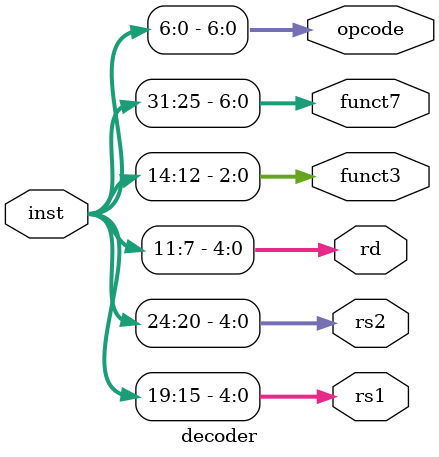
<source format=v>
module decoder(
    input [31:0] inst,
    output [4:0] rs1,rs2,rd,
    output [2:0] funct3,
    output [6:0] funct7,
    output [6:0] opcode
);

assign opcode = inst[6:0];
assign rd     = inst[11:7];
assign rs1    = inst[19:15];
assign rs2    = inst[24:20];
assign funct3 = inst[14:12];
assign funct7 = inst[31:25];

endmodule
</source>
